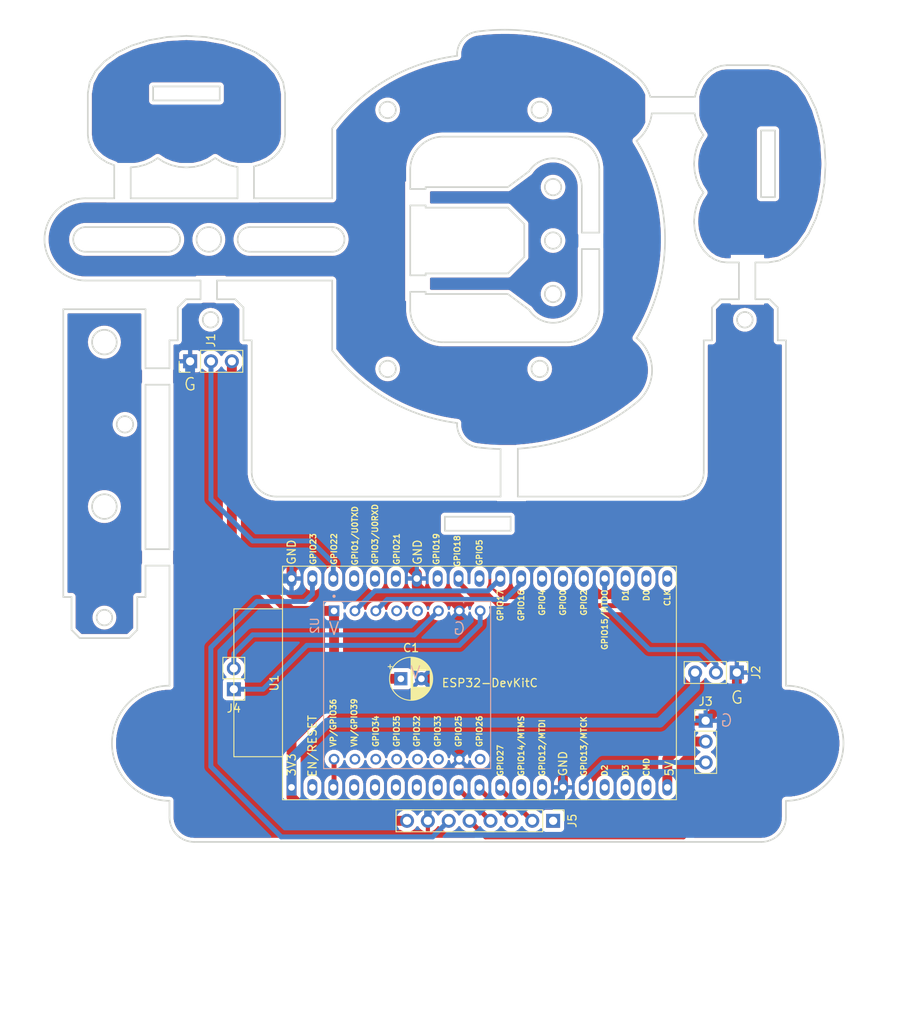
<source format=kicad_pcb>
(kicad_pcb (version 20211014) (generator pcbnew)
  (layers (0 "F.Cu" signal) (31 "B.Cu" signal) (34 "B.Paste" user) (35 "F.Paste" user) (36 "B.SilkS" user "B.Silkscreen") (37 "F.SilkS" user "F.Silkscreen") (38 "B.Mask" user) (39 "F.Mask" user) (44 "Edge.Cuts" user))
  (net 0 "")
  (net 1 "GND")
  (net 2 "TOUCH")
  (net 3 "+3.3V")
  (net 4 "PIR")
  (net 5 "Net-(J3-Pad2)")
  (net 6 "Net-(J3-Pad3)")
  (net 7 "Net-(J4-Pad1)")
  (net 8 "Net-(J4-Pad2)")
  (net 9 "TX")
  (net 10 "RX")
  (net 12 "BUSY")
  (net 19 "RST")
  (net 20 "DC")
  (net 33 "CS")
  (net 38 "CLK")
  (net 47 "DIN")
  (footprint "Connector_PinHeader_2.54mm:PinHeader_1x02_P2.54mm_Vertical" (layer "F.Cu") (at 68.834 114.046 180)
    (fp_text reference "J4" (at 0 -2.33) (layer "F.SilkS"))
    (fp_text value "Conn_01x02")
    (pad "1" thru_hole rect (at 0 0 180) (size 1.7 1.7) (drill 1) (layers *.Cu *.Mask) (net 7 "Net-(J4-Pad1)"))
    (pad "2" thru_hole oval (at 0 2.54 180) (size 1.7 1.7) (drill 1) (layers *.Cu *.Mask) (net 8 "Net-(J4-Pad2)"))
  )
  (footprint "Connector_PinHeader_2.54mm:PinHeader_1x03_P2.54mm_Vertical" (layer "F.Cu") (at 63.515 74.168 90)
    (fp_text reference "J1" (at 2.54 2.525 90) (layer "F.SilkS"))
    (fp_text value "Conn_01x03")
    (pad "1" thru_hole rect (at 0 0 90) (size 1.7 1.7) (drill 1) (layers *.Cu *.Mask) (net 1 "GND"))
    (pad "2" thru_hole oval (at 0 2.54 90) (size 1.7 1.7) (drill 1) (layers *.Cu *.Mask) (net 2 "TOUCH"))
    (pad "3" thru_hole oval (at 0 5.08 90) (size 1.7 1.7) (drill 1) (layers *.Cu *.Mask) (net 3 "+3.3V"))
  )
  (footprint "Connector_PinHeader_2.54mm:PinHeader_1x03_P2.54mm_Vertical" (layer "F.Cu") (at 126.238 117.871)
    (fp_text reference "J3" (at 0 -2.33) (layer "F.SilkS"))
    (fp_text value "Conn_01x03")
    (pad "1" thru_hole rect (at 0 0) (size 1.7 1.7) (drill 1) (layers *.Cu *.Mask) (net 1 "GND"))
    (pad "2" thru_hole oval (at 0 2.54) (size 1.7 1.7) (drill 1) (layers *.Cu *.Mask) (net 5 "Net-(J3-Pad2)"))
    (pad "3" thru_hole oval (at 0 5.08) (size 1.7 1.7) (drill 1) (layers *.Cu *.Mask) (net 6 "Net-(J3-Pad3)"))
  )
  (footprint "Espressif:ESP32-DevKitC" (layer "F.Cu") (at 75.85456 125.984 90)
    (fp_text reference "U1" (at 12.7 -2.1 90) (layer "F.SilkS"))
    (fp_text value "ESP32-DevKitC" (at 12.7 24.13) (layer "F.SilkS"))
    (fp_text user "GPIO18" (at 30.734 20.15744 90 unlocked) (layer "F.SilkS") (effects (font (size 0.7 0.7)) (justify right)))
    (fp_text user "GPIO34" (at 4.826 10.25144 90 unlocked) (layer "F.SilkS") (effects (font (size 0.7 0.7)) (justify left)))
    (fp_text user "GPIO33" (at 4.826 17.78 90 unlocked) (layer "F.SilkS") (effects (font (size 0.7 0.7)) (justify left)))
    (fp_text user "GPIO35" (at 4.826 12.79144 90 unlocked) (layer "F.SilkS") (effects (font (size 0.7 0.7)) (justify left)))
    (fp_text user "D2" (at 1.27 38.1 90 unlocked) (layer "F.SilkS") (effects (font (size 0.7 0.7)) (justify left)))
    (fp_text user "GPIO21" (at 30.988 12.79144 90 unlocked) (layer "F.SilkS") (effects (font (size 0.7 0.7)) (justify right)))
    (fp_text user "GPIO4" (at 24.13 30.48 90 unlocked) (layer "F.SilkS") (effects (font (size 0.7 0.7)) (justify right)))
    (fp_text user "5V" (at 1.26632 45.97128 90 unlocked) (layer "F.SilkS") (effects (justify left)))
    (fp_text user "GPIO15/MTDO" (at 24.13 38.1 90 unlocked) (layer "F.SilkS") (effects (font (size 0.7 0.7)) (justify right)))
    (fp_text user "VP/GPIO36" (at 4.826 5.08 90 unlocked) (layer "F.SilkS") (effects (font (size 0.7 0.7)) (justify left)))
    (fp_text user "GPIO27" (at 1.27 25.4 90 unlocked) (layer "F.SilkS") (effects (font (size 0.7 0.7)) (justify left)))
    (fp_text user "GPIO14/MTMS" (at 1.27 27.94 90 unlocked) (layer "F.SilkS") (effects (font (size 0.7 0.7)) (justify left)))
    (fp_text user "GND" (at 30.226 15.33144 90 unlocked) (layer "F.SilkS") (effects (justify right)))
    (fp_text user "GPIO1/U0TXD" (at 34.29 7.71144 90 unlocked) (layer "F.SilkS") (effects (font (size 0.7 0.7)) (justify right)))
    (fp_text user "GPIO19" (at 30.988 17.61744 90 unlocked) (layer "F.SilkS") (effects (font (size 0.7 0.7)) (justify right)))
    (fp_text user "GPIO26" (at 4.826 22.86 90 unlocked) (layer "F.SilkS") (effects (font (size 0.7 0.7)) (justify left)))
    (fp_text user "GPIO32" (at 4.826 15.24 90 unlocked) (layer "F.SilkS") (effects (font (size 0.7 0.7)) (justify left)))
    (fp_text user "3V3" (at 1.27 0 90 unlocked) (layer "F.SilkS") (effects (justify left)))
    (fp_text user "GPIO25" (at 4.826 20.32 90 unlocked) (layer "F.SilkS") (effects (font (size 0.7 0.7)) (justify left)))
    (fp_text user "GPIO22" (at 30.988 5.17144 90 unlocked) (layer "F.SilkS") (effects (font (size 0.7 0.7)) (justify right)))
    (fp_text user "GPIO2" (at 24.13 35.56 90 unlocked) (layer "F.SilkS") (effects (font (size 0.7 0.7)) (justify right)))
    (fp_text user "D0" (at 24.13 43.18 90 unlocked) (layer "F.SilkS") (effects (font (size 0.7 0.7)) (justify right)))
    (fp_text user "GND" (at 1.27 33.02 90 unlocked) (layer "F.SilkS") (effects (justify left)))
    (fp_text user "GPIO13/MTCK" (at 1.27 35.56 90 unlocked) (layer "F.SilkS") (effects (font (size 0.7 0.7)) (justify left)))
    (fp_text user "CMD" (at 1.27 43.18 90 unlocked) (layer "F.SilkS") (effects (font (size 0.7 0.7)) (justify left)))
    (fp_text user "GPIO3/U0RXD" (at 34.544 10.16 90 unlocked) (layer "F.SilkS") (effects (font (size 0.7 0.7)) (justify right)))
    (fp_text user "VN/GPIO39" (at 4.826 7.62 90 unlocked) (layer "F.SilkS") (effects (font (size 0.7 0.7)) (justify left)))
    (fp_text user "GPIO12/MTDI" (at 1.27 30.48 90 unlocked) (layer "F.SilkS") (effects (font (size 0.7 0.7)) (justify left)))
    (fp_text user "GND" (at 30.226 0 90 unlocked) (layer "F.SilkS") (effects (justify right)))
    (fp_text user "CLK" (at 24.13 45.72 90 unlocked) (layer "F.SilkS") (effects (font (size 0.7 0.7)) (justify right)))
    (fp_text user "GPIO23" (at 30.988 2.63144 90 unlocked) (layer "F.SilkS") (effects (font (size 0.7 0.7)) (justify right)))
    (fp_text user "GPIO16" (at 24.13 27.94 90 unlocked) (layer "F.SilkS") (effects (font (size 0.7 0.7)) (justify right)))
    (fp_text user "GPIO17" (at 24.13 25.4 90 unlocked) (layer "F.SilkS") (effects (font (size 0.7 0.7)) (justify right)))
    (fp_text user "D3" (at 1.27 40.64 90 unlocked) (layer "F.SilkS") (effects (font (size 0.7 0.7)) (justify left)))
    (fp_text user "GPIO5" (at 30.226 22.86 90 unlocked) (layer "F.SilkS") (effects (font (size 0.7 0.7)) (justify right)))
    (fp_text user "GPIO0" (at 24.13 33.02 90 unlocked) (layer "F.SilkS") (effects (font (size 0.7 0.7)) (justify right)))
    (fp_text user "D1" (at 24.13 40.64 90 unlocked) (layer "F.SilkS") (effects (font (size 0.7 0.7)) (justify right)))
    (fp_text user "EN/RESET" (at 8.88632 2.53728 90 unlocked) (layer "F.SilkS") (effects (justify right)))
    (pad "1" thru_hole rect (at 0 0) (size 1.2 2) (drill 0.8) (layers *.Cu *.Mask) (net 3 "+3.3V"))
    (pad "2" thru_hole oval (at 0 2.54) (size 1.2 2) (drill 0.8) (layers *.Cu *.Mask))
    (pad "3" thru_hole oval (at 0 5.08) (size 1.2 2) (drill 0.8) (layers *.Cu *.Mask) (net 12 "BUSY"))
    (pad "4" thru_hole oval (at 0 7.62) (size 1.2 2) (drill 0.8) (layers *.Cu *.Mask))
    (pad "5" thru_hole oval (at 0 10.16) (size 1.2 2) (drill 0.8) (layers *.Cu *.Mask))
    (pad "6" thru_hole oval (at 0 12.7) (size 1.2 2) (drill 0.8) (layers *.Cu *.Mask))
    (pad "7" thru_hole oval (at 0 15.24) (size 1.2 2) (drill 0.8) (layers *.Cu *.Mask))
    (pad "8" thru_hole oval (at 0 17.78) (size 1.2 2) (drill 0.8) (layers *.Cu *.Mask))
    (pad "9" thru_hole oval (at 0 20.32) (size 1.2 2) (drill 0.8) (layers *.Cu *.Mask) (net 33 "CS"))
    (pad "10" thru_hole oval (at 0 22.86) (size 1.2 2) (drill 0.8) (layers *.Cu *.Mask) (net 20 "DC"))
    (pad "11" thru_hole oval (at 0 25.4) (size 1.2 2) (drill 0.8) (layers *.Cu *.Mask) (net 19 "RST"))
    (pad "12" thru_hole oval (at 0 27.94) (size 1.2 2) (drill 0.8) (layers *.Cu *.Mask))
    (pad "13" thru_hole oval (at 0 30.48) (size 1.2 2) (drill 0.8) (layers *.Cu *.Mask))
    (pad "14" thru_hole oval (at 0 33.02) (size 1.2 2) (drill 0.8) (layers *.Cu *.Mask) (net 1 "GND"))
    (pad "15" thru_hole oval (at 0 35.56) (size 1.2 2) (drill 0.8) (layers *.Cu *.Mask) (net 6 "Net-(J3-Pad3)"))
    (pad "16" thru_hole oval (at 0 38.1) (size 1.2 2) (drill 0.8) (layers *.Cu *.Mask))
    (pad "17" thru_hole oval (at 0 40.64) (size 1.2 2) (drill 0.8) (layers *.Cu *.Mask))
    (pad "18" thru_hole oval (at 0 43.18) (size 1.2 2) (drill 0.8) (layers *.Cu *.Mask))
    (pad "19" thru_hole oval (at 0 45.72) (size 1.2 2) (drill 0.8) (layers *.Cu *.Mask) (net 5 "Net-(J3-Pad2)"))
    (pad "20" thru_hole oval (at 25.39632 45.71728) (size 1.2 2) (drill 0.8) (layers *.Cu *.Mask))
    (pad "21" thru_hole oval (at 25.39632 43.17728) (size 1.2 2) (drill 0.8) (layers *.Cu *.Mask))
    (pad "22" thru_hole oval (at 25.4 40.64) (size 1.2 2) (drill 0.8) (layers *.Cu *.Mask))
    (pad "23" thru_hole oval (at 25.4 38.1) (size 1.2 2) (drill 0.8) (layers *.Cu *.Mask) (net 4 "PIR"))
    (pad "24" thru_hole oval (at 25.4 35.56) (size 1.2 2) (drill 0.8) (layers *.Cu *.Mask))
    (pad "25" thru_hole oval (at 25.4 33.02) (size 1.2 2) (drill 0.8) (layers *.Cu *.Mask))
    (pad "26" thru_hole oval (at 25.4 30.48) (size 1.2 2) (drill 0.8) (layers *.Cu *.Mask))
    (pad "27" thru_hole oval (at 25.4 27.94) (size 1.2 2) (drill 0.8) (layers *.Cu *.Mask) (net 9 "TX"))
    (pad "28" thru_hole oval (at 25.4 25.4) (size 1.2 2) (drill 0.8) (layers *.Cu *.Mask) (net 10 "RX"))
    (pad "29" thru_hole oval (at 25.4 22.86) (size 1.2 2) (drill 0.8) (layers *.Cu *.Mask))
    (pad "30" thru_hole oval (at 25.4 20.32) (size 1.2 2) (drill 0.8) (layers *.Cu *.Mask) (net 38 "CLK"))
    (pad "31" thru_hole oval (at 25.4 17.78) (size 1.2 2) (drill 0.8) (layers *.Cu *.Mask))
    (pad "32" thru_hole oval (at 25.4 15.24) (size 1.2 2) (drill 0.8) (layers *.Cu *.Mask) (net 1 "GND"))
    (pad "33" thru_hole oval (at 25.4 12.7) (size 1.2 2) (drill 0.8) (layers *.Cu *.Mask))
    (pad "34" thru_hole oval (at 25.4 10.16) (size 1.2 2) (drill 0.8) (layers *.Cu *.Mask))
    (pad "35" thru_hole oval (at 25.4 7.62) (size 1.2 2) (drill 0.8) (layers *.Cu *.Mask))
    (pad "36" thru_hole oval (at 25.4 5.08) (size 1.2 2) (drill 0.8) (layers *.Cu *.Mask) (net 2 "TOUCH"))
    (pad "37" thru_hole oval (at 25.4 2.54) (size 1.2 2) (drill 0.8) (layers *.Cu *.Mask) (net 47 "DIN"))
    (pad "38" thru_hole oval (at 25.4 0) (size 1.2 2) (drill 0.8) (layers *.Cu *.Mask) (net 1 "GND"))
  )
  (footprint "Connector_PinHeader_2.54mm:PinHeader_1x08_P2.54mm_Vertical" (layer "F.Cu") (at 107.681 130.048 -90)
    (fp_text reference "J5" (at 0 -2.33 90) (layer "F.SilkS"))
    (fp_text value "Conn_01x08")
    (pad "1" thru_hole rect (at 0 0 270) (size 1.7 1.7) (drill 1) (layers *.Cu *.Mask))
    (pad "2" thru_hole oval (at 0 2.54 270) (size 1.7 1.7) (drill 1) (layers *.Cu *.Mask) (net 19 "RST"))
    (pad "3" thru_hole oval (at 0 5.08 270) (size 1.7 1.7) (drill 1) (layers *.Cu *.Mask) (net 20 "DC"))
    (pad "4" thru_hole oval (at 0 7.62 270) (size 1.7 1.7) (drill 1) (layers *.Cu *.Mask) (net 33 "CS"))
    (pad "5" thru_hole oval (at 0 10.16 270) (size 1.7 1.7) (drill 1) (layers *.Cu *.Mask) (net 38 "CLK"))
    (pad "6" thru_hole oval (at 0 12.7 270) (size 1.7 1.7) (drill 1) (layers *.Cu *.Mask) (net 47 "DIN"))
    (pad "7" thru_hole oval (at 0 15.24 270) (size 1.7 1.7) (drill 1) (layers *.Cu *.Mask) (net 1 "GND"))
    (pad "8" thru_hole oval (at 0 17.78 270) (size 1.7 1.7) (drill 1) (layers *.Cu *.Mask) (net 3 "+3.3V"))
  )
  (footprint "Connector_PinHeader_2.54mm:PinHeader_1x03_P2.54mm_Vertical" (layer "F.Cu") (at 130.033 112.014 -90)
    (fp_text reference "J2" (at 0 -2.33 90) (layer "F.SilkS"))
    (fp_text value "Conn_01x03")
    (pad "1" thru_hole rect (at 0 0 270) (size 1.7 1.7) (drill 1) (layers *.Cu *.Mask) (net 1 "GND"))
    (pad "2" thru_hole oval (at 0 2.54 270) (size 1.7 1.7) (drill 1) (layers *.Cu *.Mask) (net 4 "PIR"))
    (pad "3" thru_hole oval (at 0 5.08 270) (size 1.7 1.7) (drill 1) (layers *.Cu *.Mask) (net 3 "+3.3V"))
  )
  (footprint "Capacitor_THT:CP_Radial_D5.0mm_P2.50mm" (layer "F.Cu") (at 89.154 112.776)
    (fp_text reference "C1" (at 1.25 -3.75) (layer "F.SilkS"))
    (fp_text value "C_Polarized")
    (pad "1" thru_hole rect (at 0 0) (size 1.6 1.6) (drill 0.8) (layers *.Cu *.Mask) (net 3 "+3.3V"))
    (pad "2" thru_hole circle (at 2.5 0) (size 1.6 1.6) (drill 0.8) (layers *.Cu *.Mask) (net 1 "GND"))
  )
  (footprint "DFR0299:MODULE_DFR0299" (layer "B.Cu") (at 89.916 113.538 -90)
    (fp_text reference "U2" (at -7.225 11.235 90) (layer "B.SilkS") (effects (justify mirror)))
    (fp_text value "DFR0299")
    (pad "1" thru_hole rect locked (at -9.017 8.89 270) (size 1.308 1.308) (drill 0.8) (layers *.Cu *.Mask) (net 3 "+3.3V"))
    (pad "2" thru_hole circle locked (at -9.017 6.35 270) (size 1.308 1.308) (drill 0.8) (layers *.Cu *.Mask) (net 10 "RX"))
    (pad "3" thru_hole circle locked (at -9.017 3.81 270) (size 1.308 1.308) (drill 0.8) (layers *.Cu *.Mask) (net 9 "TX"))
    (pad "4" thru_hole circle locked (at -9.017 1.27 270) (size 1.308 1.308) (drill 0.8) (layers *.Cu *.Mask))
    (pad "5" thru_hole circle locked (at -9.017 -1.27 270) (size 1.308 1.308) (drill 0.8) (layers *.Cu *.Mask))
    (pad "6" thru_hole circle locked (at -9.017 -3.81 270) (size 1.308 1.308) (drill 0.8) (layers *.Cu *.Mask) (net 8 "Net-(J4-Pad2)"))
    (pad "7" thru_hole circle locked (at -9.017 -6.35 270) (size 1.308 1.308) (drill 0.8) (layers *.Cu *.Mask) (net 1 "GND"))
    (pad "8" thru_hole circle locked (at -9.017 -8.89 270) (size 1.308 1.308) (drill 0.8) (layers *.Cu *.Mask) (net 7 "Net-(J4-Pad1)"))
    (pad "9" thru_hole circle locked (at 9.017 -8.89 270) (size 1.308 1.308) (drill 0.8) (layers *.Cu *.Mask))
    (pad "10" thru_hole circle locked (at 9.017 -6.35 270) (size 1.308 1.308) (drill 0.8) (layers *.Cu *.Mask) (net 1 "GND"))
    (pad "11" thru_hole circle locked (at 9.017 -3.81 270) (size 1.308 1.308) (drill 0.8) (layers *.Cu *.Mask))
    (pad "12" thru_hole circle locked (at 9.017 -1.27 270) (size 1.308 1.308) (drill 0.8) (layers *.Cu *.Mask))
    (pad "13" thru_hole circle locked (at 9.017 1.27 270) (size 1.308 1.308) (drill 0.8) (layers *.Cu *.Mask))
    (pad "14" thru_hole circle locked (at 9.017 3.81 270) (size 1.308 1.308) (drill 0.8) (layers *.Cu *.Mask))
    (pad "15" thru_hole circle locked (at 9.017 6.35 270) (size 1.308 1.308) (drill 0.8) (layers *.Cu *.Mask))
    (pad "16" thru_hole circle locked (at 9.017 8.89 270) (size 1.308 1.308) (drill 0.8) (layers *.Cu *.Mask) (net 12 "BUSY"))
  )
  (gr_circle (center 53.087809 71.833453) (end 54.587809 71.833453) (layer "Edge.Cuts") (width 0.2) (fill none))
  (gr_circle (center 66.006689 69.117732) (end 66.956689 69.117732) (layer "Edge.Cuts") (width 0.2) (fill none))
  (gr_arc (start 117.863431 39.542706) (mid 118.87445 40.652767) (end 119.511258 42.012502) (layer "Edge.Cuts") (width 0.2))
  (gr_line (start 125.553163 40.273677) (end 125.175052 41.105689) (layer "Edge.Cuts") (width 0.2))
  (gr_line (start 80.795986 45.843901) (end 80.795986 54.343901) (layer "Edge.Cuts") (width 0.2))
  (gr_line (start 67.116513 42.441244) (end 59.016513 42.441244) (layer "Edge.Cuts") (width 0.2))
  (gr_line (start 56.284548 50.587439) (end 56.284548 54.343901) (layer "Edge.Cuts") (width 0.2))
  (gr_line (start 51.948879 48.860353) (end 52.598295 49.472518) (layer "Edge.Cuts") (width 0.2))
  (gr_line (start 125.483693 52.894613) (end 125.969574 53.648021) (layer "Edge.Cuts") (width 0.2))
  (gr_line (start 124.826235 57.181356) (end 124.907624 58.152064) (layer "Edge.Cuts") (width 0.2))
  (gr_line (start 74.977246 47.343712) (end 75.066513 46.591244) (layer "Edge.Cuts") (width 0.2))
  (gr_line (start 134.676146 54.198021) (end 132.976146 54.198021) (layer "Edge.Cuts") (width 0.2))
  (gr_line (start 69.284549 50.542024) (end 69.284549 54.343901) (layer "Edge.Cuts") (width 0.2))
  (gr_line (start 139.646433 56.814864) (end 140.293302 54.740223) (layer "Edge.Cuts") (width 0.2))
  (gr_line (start 127.330061 38.51092) (end 126.650768 38.952091) (layer "Edge.Cuts") (width 0.2))
  (gr_line (start 69.284549 54.343901) (end 56.284548 54.343901) (layer "Edge.Cuts") (width 0.2))
  (gr_line (start 94.295986 71.843901) (end 109.295986 71.843901) (layer "Edge.Cuts") (width 0.2))
  (gr_circle (center 65.795986 59.343901) (end 67.295986 59.343901) (layer "Edge.Cuts") (width 0.2) (fill none))
  (gr_line (start 138.775893 41.66274) (end 137.715137 40.170386) (layer "Edge.Cuts") (width 0.2))
  (gr_line (start 71.551794 36.641496) (end 69.733355 35.770957) (layer "Edge.Cuts") (width 0.2))
  (gr_line (start 124.901066 51.111209) (end 125.12302 52.038316) (layer "Edge.Cuts") (width 0.2))
  (gr_arc (start 80.795986 57.843901) (mid 82.295986 59.343901) (end 80.795986 60.843901) (layer "Edge.Cuts") (width 0.2))
  (gr_line (start 72.175052 50.218171) (end 72.990266 49.836096) (layer "Edge.Cuts") (width 0.2))
  (gr_arc (start 109.295986 46.843901) (mid 112.124415 48.015473) (end 113.295986 50.843901) (layer "Edge.Cuts") (width 0.2))
  (gr_line (start 90.295986 63.712497) (end 90.295986 55.212497) (layer "Edge.Cuts") (width 0.2))
  (gr_line (start 92.170471 53.212497) (end 90.295986 53.212497) (layer "Edge.Cuts") (width 0.2))
  (gr_line (start 71.284549 54.343901) (end 71.284549 50.47074) (layer "Edge.Cuts") (width 0.2))
  (gr_line (start 58.087809 75.012502) (end 58.087809 67.833453) (layer "Edge.Cuts") (width 0.2))
  (gr_line (start 51.167241 47.390097) (end 51.465367 48.156763) (layer "Edge.Cuts") (width 0.2))
  (gr_arc (start 117.86327 79.145226) (mid 111.066269 83.099151) (end 103.38775 84.794172) (layer "Edge.Cuts") (width 0.2))
  (gr_arc (start 117.832709 47.350019) (mid 121.295985 59.3439) (end 117.832709 71.337782) (layer "Edge.Cuts") (width 0.2))
  (gr_line (start 133.826146 38.148021) (end 128.826146 38.148021) (layer "Edge.Cuts") (width 0.2))
  (gr_line (start 92.170471 55.4807) (end 102.170471 55.4807) (layer "Edge.Cuts") (width 0.2))
  (gr_arc (start 50.795986 60.843901) (mid 49.295986 59.343901) (end 50.795986 57.843901) (layer "Edge.Cuts") (width 0.2))
  (gr_line (start 140.691643 52.489105) (end 140.826146 50.148021) (layer "Edge.Cuts") (width 0.2))
  (gr_line (start 125.483693 47.40143) (end 125.12302 48.257727) (layer "Edge.Cuts") (width 0.2))
  (gr_line (start 71.006689 71.617732) (end 71.006689 87.617732) (layer "Edge.Cuts") (width 0.2))
  (gr_line (start 64.006689 132.617732) (end 133.006689 132.617732) (layer "Edge.Cuts") (width 0.2))
  (gr_line (start 136.006689 113.617732) (end 136.006689 71.617732) (layer "Edge.Cuts") (width 0.2))
  (gr_arc (start 126.006689 87.617732) (mid 125.128009 89.739051) (end 123.006689 90.617732) (layer "Edge.Cuts") (width 0.2))
  (gr_circle (center 106.045989 43.593901) (end 107.045989 43.593901) (layer "Edge.Cuts") (width 0.2) (fill none))
  (gr_line (start 135.006689 71.617732) (end 135.006689 67.617732) (layer "Edge.Cuts") (width 0.2))
  (gr_circle (center 87.545989 75.093901) (end 88.545989 75.093901) (layer "Edge.Cuts") (width 0.2) (fill none))
  (gr_line (start 104.741899 67.89733) (end 102.170471 65.9807) (layer "Edge.Cuts") (width 0.2))
  (gr_line (start 137.715137 60.125657) (end 138.775893 58.633303) (layer "Edge.Cuts") (width 0.2))
  (gr_circle (center 55.587809 81.833453) (end 56.587809 81.833453) (layer "Edge.Cuts") (width 0.2) (fill none))
  (gr_circle (center 107.670471 65.9807) (end 108.670471 65.9807) (layer "Edge.Cuts") (width 0.2) (fill none))
  (gr_circle (center 87.545989 43.593901) (end 88.545989 43.593901) (layer "Edge.Cuts") (width 0.2) (fill none))
  (gr_line (start 126.051148 39.546939) (end 125.553163 40.273677) (layer "Edge.Cuts") (width 0.2))
  (gr_line (start 58.087809 97.012503) (end 58.087809 77.012502) (layer "Edge.Cuts") (width 0.2))
  (gr_line (start 70.795986 60.843901) (end 80.795986 60.843901) (layer "Edge.Cuts") (width 0.2))
  (gr_line (start 104.170471 61.4807) (end 102.170471 63.4807) (layer "Edge.Cuts") (width 0.2))
  (gr_line (start 61.006689 77.012502) (end 61.006689 97.012503) (layer "Edge.Cuts") (width 0.2))
  (gr_line (start 137.715137 40.170386) (end 136.50493 39.061467) (layer "Edge.Cuts") (width 0.2))
  (gr_line (start 102.170471 65.9807) (end 92.170471 65.9807) (layer "Edge.Cuts") (width 0.2))
  (gr_line (start 59.566513 49.447815) (end 60.319921 49.933697) (layer "Edge.Cuts") (width 0.2))
  (gr_line (start 51.066513 46.591244) (end 51.167241 47.390097) (layer "Edge.Cuts") (width 0.2))
  (gr_line (start 61.006689 127.617732) (end 61.006689 129.617732) (layer "Edge.Cuts") (width 0.2))
  (gr_line (start 59.016513 40.741244) (end 67.116513 40.741244) (layer "Edge.Cuts") (width 0.2))
  (gr_line (start 80.795986 72.843901) (end 80.795986 64.343901) (layer "Edge.Cuts") (width 0.2))
  (gr_line (start 71.284549 50.47074) (end 72.175052 50.218171) (layer "Edge.Cuts") (width 0.2))
  (gr_line (start 125.12302 52.038316) (end 125.483693 52.894613) (layer "Edge.Cuts") (width 0.2))
  (gr_arc (start 104.741899 51.064071) (mid 108.670469 49.6266) (end 111.170471 52.9807) (layer "Edge.Cuts") (width 0.2))
  (gr_line (start 140.826146 50.148021) (end 140.691643 47.806938) (layer "Edge.Cuts") (width 0.2))
  (gr_line (start 125.138328 59.084513) (end 125.509556 59.943172) (layer "Edge.Cuts") (width 0.2))
  (gr_line (start 52.598295 49.472518) (end 53.38745 49.968592) (layer "Edge.Cuts") (width 0.2))
  (gr_line (start 58.087809 67.833453) (end 48.087809 67.833453) (layer "Edge.Cuts") (width 0.2))
  (gr_line (start 58.087809 77.012502) (end 61.006689 77.012502) (layer "Edge.Cuts") (width 0.2))
  (gr_line (start 66.784549 64.343901) (end 66.784549 66.617732) (layer "Edge.Cuts") (width 0.2))
  (gr_line (start 124.886385 44.012502) (end 119.683595 44.012502) (layer "Edge.Cuts") (width 0.2))
  (gr_line (start 69.733355 35.770957) (end 67.658714 35.124087) (layer "Edge.Cuts") (width 0.2))
  (gr_line (start 51.465367 48.156763) (end 51.948879 48.860353) (layer "Edge.Cuts") (width 0.2))
  (gr_line (start 48.087809 67.833453) (end 48.087809 102.833453) (layer "Edge.Cuts") (width 0.2))
  (gr_line (start 65.813104 49.933697) (end 66.566513 49.447815) (layer "Edge.Cuts") (width 0.2))
  (gr_arc (start 70.795986 60.843901) (mid 69.295986 59.343901) (end 70.795986 57.843901) (layer "Edge.Cuts") (width 0.2))
  (gr_line (start 132.28455 62.148021) (end 133.826146 62.148021) (layer "Edge.Cuts") (width 0.2))
  (gr_line (start 111.170471 58.512502) (end 111.170471 52.9807) (layer "Edge.Cuts") (width 0.2))
  (gr_line (start 72.990266 49.836096) (end 73.701083 49.338158) (layer "Edge.Cuts") (width 0.2))
  (gr_line (start 126.650768 38.952091) (end 126.051148 39.546939) (layer "Edge.Cuts") (width 0.2))
  (gr_line (start 94.295986 46.843901) (end 109.295986 46.843901) (layer "Edge.Cuts") (width 0.2))
  (gr_line (start 51.979958 38.91246) (end 51.297089 40.225612) (layer "Edge.Cuts") (width 0.2))
  (gr_line (start 139.646433 43.481179) (end 138.775893 41.66274) (layer "Edge.Cuts") (width 0.2))
  (gr_line (start 74.153067 38.91246) (end 73.044148 37.702252) (layer "Edge.Cuts") (width 0.2))
  (gr_line (start 92.170471 63.4807) (end 92.170471 63.712497) (layer "Edge.Cuts") (width 0.2))
  (gr_line (start 92.170471 52.9807) (end 92.170471 53.212497) (layer "Edge.Cuts") (width 0.2))
  (gr_arc (start 90.295986 50.843901) (mid 91.467559 48.015474) (end 94.295986 46.843901) (layer "Edge.Cuts") (width 0.2))
  (gr_arc (start 96.000536 37.018233) (mid 96.632227 35.065394) (end 98.425825 34.067588) (layer "Edge.Cuts") (width 0.2))
  (gr_line (start 113.295986 67.843901) (end 113.295986 60.512502) (layer "Edge.Cuts") (width 0.2))
  (gr_line (start 54.284548 54.343901) (end 50.795986 54.343901) (layer "Edge.Cuts") (width 0.2))
  (gr_line (start 56.284548 50.587439) (end 57.189671 50.489019) (layer "Edge.Cuts") (width 0.2))
  (gr_line (start 123.006689 90.617732) (end 103.38775 90.617732) (layer "Edge.Cuts") (width 0.2))
  (gr_line (start 92.170471 55.212497) (end 92.170471 55.4807) (layer "Edge.Cuts") (width 0.2))
  (gr_line (start 125.969574 46.648021) (end 125.483693 47.40143) (layer "Edge.Cuts") (width 0.2))
  (gr_line (start 59.016513 42.441244) (end 59.016513 40.741244) (layer "Edge.Cuts") (width 0.2))
  (gr_line (start 61.006689 71.617732) (end 61.006689 75.012502) (layer "Edge.Cuts") (width 0.2))
  (gr_arc (start 101.284549 84.838771) (mid 99.852249 84.769714) (end 98.426096 84.62025) (layer "Edge.Cuts") (width 0.2))
  (gr_line (start 126.612187 61.312302) (end 127.301574 61.770602) (layer "Edge.Cuts") (width 0.2))
  (gr_line (start 67.116513 40.741244) (end 67.116513 42.441244) (layer "Edge.Cuts") (width 0.2))
  (gr_circle (center 107.670471 52.9807) (end 108.670471 52.9807) (layer "Edge.Cuts") (width 0.2) (fill none))
  (gr_line (start 132.976146 46.098021) (end 134.676146 46.098021) (layer "Edge.Cuts") (width 0.2))
  (gr_line (start 132.28455 62.148021) (end 132.28455 66.617732) (layer "Edge.Cuts") (width 0.2))
  (gr_line (start 53.088877 37.702252) (end 51.979958 38.91246) (layer "Edge.Cuts") (width 0.2))
  (gr_line (start 113.295986 50.843901) (end 113.295986 58.512502) (layer "Edge.Cuts") (width 0.2))
  (gr_line (start 128.049054 62.052759) (end 128.826146 62.148021) (layer "Edge.Cuts") (width 0.2))
  (gr_line (start 128.826146 38.148021) (end 128.064149 38.239585) (layer "Edge.Cuts") (width 0.2))
  (gr_line (start 64.784549 66.617732) (end 64.784549 64.343901) (layer "Edge.Cuts") (width 0.2))
  (gr_line (start 68.290375 50.330363) (end 69.284549 50.542024) (layer "Edge.Cuts") (width 0.2))
  (gr_line (start 64.784549 66.617732) (end 63.006689 66.617732) (layer "Edge.Cuts") (width 0.2))
  (gr_line (start 63.066513 50.591244) (end 64.029701 50.516324) (layer "Edge.Cuts") (width 0.2))
  (gr_arc (start 60.795986 57.843901) (mid 62.295986 59.343901) (end 60.795986 60.843901) (layer "Edge.Cuts") (width 0.2))
  (gr_line (start 92.170471 63.712497) (end 90.295986 63.712497) (layer "Edge.Cuts") (width 0.2))
  (gr_line (start 102.506689 94.767732) (end 94.506689 94.767732) (layer "Edge.Cuts") (width 0.2))
  (gr_arc (start 98.425825 34.067588) (mid 108.709704 34.799033) (end 117.863431 39.542706) (layer "Edge.Cuts") (width 0.2))
  (gr_line (start 90.295986 65.712497) (end 90.295986 67.843901) (layer "Edge.Cuts") (width 0.2))
  (gr_line (start 140.691643 47.806938) (end 140.293302 45.55582) (layer "Edge.Cuts") (width 0.2))
  (gr_line (start 130.28455 66.617732) (end 130.28455 62.148021) (layer "Edge.Cuts") (width 0.2))
  (gr_line (start 75.066513 46.591244) (end 75.066513 41.591244) (layer "Edge.Cuts") (width 0.2))
  (gr_line (start 128.006689 66.617732) (end 127.006689 67.617732) (layer "Edge.Cuts") (width 0.2))
  (gr_line (start 64.956807 50.29437) (end 65.813104 49.933697) (layer "Edge.Cuts") (width 0.2))
  (gr_line (start 111.170471 60.512502) (end 111.170471 65.9807) (layer "Edge.Cuts") (width 0.2))
  (gr_line (start 133.826146 62.148021) (end 135.191778 61.917445) (layer "Edge.Cuts") (width 0.2))
  (gr_line (start 113.295986 60.512502) (end 111.170471 60.512502) (layer "Edge.Cuts") (width 0.2))
  (gr_line (start 51.297089 40.225612) (end 51.066513 41.591244) (layer "Edge.Cuts") (width 0.2))
  (gr_line (start 69.006689 66.617732) (end 70.006689 67.617732) (layer "Edge.Cuts") (width 0.2))
  (gr_line (start 61.176218 50.29437) (end 62.103325 50.516324) (layer "Edge.Cuts") (width 0.2))
  (gr_arc (start 117.832709 71.337782) (mid 119.717058 75.234187) (end 117.86327 79.145226) (layer "Edge.Cuts") (width 0.2))
  (gr_line (start 102.170471 63.4807) (end 92.170471 63.4807) (layer "Edge.Cuts") (width 0.2))
  (gr_line (start 125.175052 41.105689) (end 124.930664 42.012502) (layer "Edge.Cuts") (width 0.2))
  (gr_line (start 54.581231 36.641496) (end 53.088877 37.702252) (layer "Edge.Cuts") (width 0.2))
  (gr_line (start 128.826146 62.148021) (end 130.28455 62.148021) (layer "Edge.Cuts") (width 0.2))
  (gr_line (start 56.39967 35.770957) (end 54.581231 36.641496) (layer "Edge.Cuts") (width 0.2))
  (gr_circle (center 53.087809 105.333453) (end 54.037809 105.333453) (layer "Edge.Cuts") (width 0.2) (fill none))
  (gr_line (start 57.189671 50.489019) (end 58.057309 50.260509) (layer "Edge.Cuts") (width 0.2))
  (gr_line (start 132.976146 54.198021) (end 132.976146 46.098021) (layer "Edge.Cuts") (width 0.2))
  (gr_line (start 127.301574 61.770602) (end 128.049054 62.052759) (layer "Edge.Cuts") (width 0.2))
  (gr_line (start 58.474311 35.124087) (end 56.39967 35.770957) (layer "Edge.Cuts") (width 0.2))
  (gr_arc (start 80.795986 45.843901) (mid 87.500598 39.884605) (end 96.000536 37.018233) (layer "Edge.Cuts") (width 0.2))
  (gr_arc (start 94.295986 71.843901) (mid 91.467559 70.672328) (end 90.295986 67.843901) (layer "Edge.Cuts") (width 0.2))
  (gr_line (start 67.658714 35.124087) (end 65.407596 34.725747) (layer "Edge.Cuts") (width 0.2))
  (gr_line (start 74.835936 40.225612) (end 74.153067 38.91246) (layer "Edge.Cuts") (width 0.2))
  (gr_line (start 67.371394 49.960406) (end 68.290375 50.330363) (layer "Edge.Cuts") (width 0.2))
  (gr_line (start 73.701083 49.338158) (end 74.28212 48.742136) (layer "Edge.Cuts") (width 0.2))
  (gr_line (start 104.170471 57.4807) (end 104.170471 61.4807) (layer "Edge.Cuts") (width 0.2))
  (gr_arc (start 61.006689 127.617732) (mid 54.006689 120.617732) (end 61.006689 113.617732) (layer "Edge.Cuts") (width 0.2))
  (gr_line (start 134.676146 46.098021) (end 134.676146 54.198021) (layer "Edge.Cuts") (width 0.2))
  (gr_line (start 92.170471 65.712497) (end 90.295986 65.712497) (layer "Edge.Cuts") (width 0.2))
  (gr_line (start 74.712632 48.069313) (end 74.977246 47.343712) (layer "Edge.Cuts") (width 0.2))
  (gr_line (start 66.566512 49.447815) (end 67.371394 49.960406) (layer "Edge.Cuts") (width 0.2))
  (gr_line (start 61.006689 97.012503) (end 58.087809 97.012503) (layer "Edge.Cuts") (width 0.2))
  (gr_line (start 125.103108 44.976183) (end 125.46906 45.866586) (layer "Edge.Cuts") (width 0.2))
  (gr_line (start 58.087809 102.833453) (end 58.087809 99.012503) (layer "Edge.Cuts") (width 0.2))
  (gr_line (start 125.12302 48.257727) (end 124.901066 49.184833) (layer "Edge.Cuts") (width 0.2))
  (gr_line (start 125.969575 53.648021) (end 125.480035 54.408398) (layer "Edge.Cuts") (width 0.2))
  (gr_line (start 135.006689 67.617732) (end 134.006689 66.617732) (layer "Edge.Cuts") (width 0.2))
  (gr_line (start 138.775893 58.633303) (end 139.646433 56.814864) (layer "Edge.Cuts") (width 0.2))
  (gr_line (start 54.284548 54.343901) (end 54.284548 50.328589) (layer "Edge.Cuts") (width 0.2))
  (gr_line (start 90.295986 53.212497) (end 90.295986 50.843901) (layer "Edge.Cuts") (width 0.2))
  (gr_line (start 136.006689 71.617732) (end 135.006689 71.617732) (layer "Edge.Cuts") (width 0.2))
  (gr_line (start 102.170471 55.4807) (end 104.170471 57.4807) (layer "Edge.Cuts") (width 0.2))
  (gr_line (start 127.006689 67.617732) (end 127.006689 71.617732) (layer "Edge.Cuts") (width 0.2))
  (gr_circle (center 131.006689 69.117732) (end 131.956689 69.117732) (layer "Edge.Cuts") (width 0.2) (fill none))
  (gr_line (start 60.319921 49.933697) (end 61.176218 50.29437) (layer "Edge.Cuts") (width 0.2))
  (gr_line (start 48.087809 102.833453) (end 49.087809 102.833454) (layer "Edge.Cuts") (width 0.2))
  (gr_line (start 136.50493 61.234576) (end 137.715137 60.125657) (layer "Edge.Cuts") (width 0.2))
  (gr_line (start 51.066513 41.591244) (end 51.066513 46.591244) (layer "Edge.Cuts") (width 0.2))
  (gr_line (start 49.087809 106.833452) (end 50.087809 107.833452) (layer "Edge.Cuts") (width 0.2))
  (gr_line (start 62.103325 50.516324) (end 63.066513 50.591244) (layer "Edge.Cuts") (width 0.2))
  (gr_line (start 56.087809 107.833452) (end 57.087809 106.833452) (layer "Edge.Cuts") (width 0.2))
  (gr_line (start 49.087809 102.833454) (end 49.087809 106.833452) (layer "Edge.Cuts") (width 0.2))
  (gr_line (start 101.284549 90.617732) (end 101.284549 84.838771) (layer "Edge.Cuts") (width 0.2))
  (gr_arc (start 113.295986 67.843901) (mid 112.124413 70.672326) (end 109.295986 71.843901) (layer "Edge.Cuts") (width 0.2))
  (gr_line (start 140.293302 54.740223) (end 140.691643 52.489105) (layer "Edge.Cuts") (width 0.2))
  (gr_arc (start 136.006689 113.617732) (mid 143.006687 120.61773) (end 136.006689 127.617732) (layer "Edge.Cuts") (width 0.2))
  (gr_line (start 58.858502 49.909537) (end 59.566513 49.447815) (layer "Edge.Cuts") (width 0.2))
  (gr_arc (start 98.426096 84.62025) (mid 96.632316 83.622512) (end 96.000536 81.669569) (layer "Edge.Cuts") (width 0.2))
  (gr_line (start 65.407596 34.725747) (end 63.066513 34.591244) (layer "Edge.Cuts") (width 0.2))
  (gr_line (start 125.117999 55.273167) (end 124.897262 56.209378) (layer "Edge.Cuts") (width 0.2))
  (gr_line (start 140.293302 45.55582) (end 139.646433 43.481179) (layer "Edge.Cuts") (width 0.2))
  (gr_line (start 94.506689 94.767732) (end 94.506689 93.067732) (layer "Edge.Cuts") (width 0.2))
  (gr_line (start 58.057309 50.260509) (end 58.858502 49.909537) (layer "Edge.Cuts") (width 0.2))
  (gr_line (start 60.795986 57.843901) (end 50.795986 57.843901) (layer "Edge.Cuts") (width 0.2))
  (gr_line (start 80.795986 57.843901) (end 70.795986 57.843901) (layer "Edge.Cuts") (width 0.2))
  (gr_line (start 103.38775 90.617732) (end 103.38775 84.794172) (layer "Edge.Cuts") (width 0.2))
  (gr_line (start 50.087809 107.833452) (end 56.087809 107.833452) (layer "Edge.Cuts") (width 0.2))
  (gr_line (start 61.006689 99.012503) (end 58.087809 99.012503) (layer "Edge.Cuts") (width 0.2))
  (gr_line (start 50.795986 60.843901) (end 60.795986 60.843901) (layer "Edge.Cuts") (width 0.2))
  (gr_circle (center 106.045989 75.093901) (end 107.045989 75.093901) (layer "Edge.Cuts") (width 0.2) (fill none))
  (gr_line (start 119.511258 42.012502) (end 124.930664 42.012502) (layer "Edge.Cuts") (width 0.2))
  (gr_line (start 94.506689 93.067732) (end 102.506689 93.067732) (layer "Edge.Cuts") (width 0.2))
  (gr_line (start 124.886385 44.012502) (end 125.103108 44.976183) (layer "Edge.Cuts") (width 0.2))
  (gr_line (start 62.006689 67.617732) (end 62.006689 71.617732) (layer "Edge.Cuts") (width 0.2))
  (gr_line (start 75.066513 41.591244) (end 74.835936 40.225612) (layer "Edge.Cuts") (width 0.2))
  (gr_line (start 124.901066 49.184833) (end 124.826146 50.148021) (layer "Edge.Cuts") (width 0.2))
  (gr_line (start 61.006689 99.012503) (end 61.006689 113.617732) (layer "Edge.Cuts") (width 0.2))
  (gr_line (start 64.029701 50.516324) (end 64.956807 50.29437) (layer "Edge.Cuts") (width 0.2))
  (gr_line (start 53.38745 49.968592) (end 54.284548 50.328589) (layer "Edge.Cuts") (width 0.2))
  (gr_line (start 124.826146 50.148021) (end 124.901066 51.111209) (layer "Edge.Cuts") (width 0.2))
  (gr_arc (start 136.006689 129.617732) (mid 135.128 131.739046) (end 133.006689 132.617732) (layer "Edge.Cuts") (width 0.2))
  (gr_line (start 70.006689 71.617732) (end 71.006689 71.617732) (layer "Edge.Cuts") (width 0.2))
  (gr_line (start 135.191778 38.378598) (end 133.826146 38.148021) (layer "Edge.Cuts") (width 0.2))
  (gr_line (start 126.007163 60.695321) (end 126.612187 61.312302) (layer "Edge.Cuts") (width 0.2))
  (gr_line (start 134.006689 66.617732) (end 132.28455 66.617732) (layer "Edge.Cuts") (width 0.2))
  (gr_arc (start 96.000536 81.669569) (mid 87.500598 78.803197) (end 80.795986 72.843901) (layer "Edge.Cuts") (width 0.2))
  (gr_line (start 90.295986 55.212497) (end 92.170471 55.212497) (layer "Edge.Cuts") (width 0.2))
  (gr_line (start 80.795986 64.343901) (end 66.784549 64.343901) (layer "Edge.Cuts") (width 0.2))
  (gr_line (start 125.509556 59.943172) (end 126.007163 60.695321) (layer "Edge.Cuts") (width 0.2))
  (gr_line (start 63.006689 66.617732) (end 62.006689 67.617732) (layer "Edge.Cuts") (width 0.2))
  (gr_line (start 124.897262 56.209378) (end 124.826235 57.181356) (layer "Edge.Cuts") (width 0.2))
  (gr_arc (start 119.683595 44.012502) (mid 119.088307 45.864354) (end 117.832709 47.350019) (layer "Edge.Cuts") (width 0.2))
  (gr_line (start 136.50493 39.061467) (end 135.191778 38.378598) (layer "Edge.Cuts") (width 0.2))
  (gr_line (start 102.170471 52.9807) (end 92.170471 52.9807) (layer "Edge.Cuts") (width 0.2))
  (gr_line (start 92.170471 65.9807) (end 92.170471 65.712497) (layer "Edge.Cuts") (width 0.2))
  (gr_arc (start 64.006689 132.617732) (mid 61.885368 131.739053) (end 61.006689 129.617732) (layer "Edge.Cuts") (width 0.2))
  (gr_line (start 125.46906 45.866586) (end 125.969574 46.648021) (layer "Edge.Cuts") (width 0.2))
  (gr_line (start 73.044148 37.702252) (end 71.551794 36.641496) (layer "Edge.Cuts") (width 0.2))
  (gr_line (start 74.28212 48.742136) (end 74.712632 48.069313) (layer "Edge.Cuts") (width 0.2))
  (gr_line (start 50.795986 64.343901) (end 64.784549 64.343901) (layer "Edge.Cuts") (width 0.2))
  (gr_line (start 125.480035 54.408398) (end 125.117999 55.273167) (layer "Edge.Cuts") (width 0.2))
  (gr_line (start 74.006689 90.617732) (end 101.284549 90.617732) (layer "Edge.Cuts") (width 0.2))
  (gr_line (start 57.087809 106.833452) (end 57.087809 102.833454) (layer "Edge.Cuts") (width 0.2))
  (gr_line (start 136.006689 129.617732) (end 136.006689 127.617732) (layer "Edge.Cuts") (width 0.2))
  (gr_line (start 66.784549 66.617732) (end 69.006689 66.617732) (layer "Edge.Cuts") (width 0.2))
  (gr_line (start 80.795986 54.343901) (end 71.284549 54.343901) (layer "Edge.Cuts") (width 0.2))
  (gr_line (start 102.506689 93.067732) (end 102.506689 94.767732) (layer "Edge.Cuts") (width 0.2))
  (gr_line (start 60.725429 34.725747) (end 58.474311 35.124087) (layer "Edge.Cuts") (width 0.2))
  (gr_line (start 113.295986 58.512502) (end 111.170471 58.512502) (layer "Edge.Cuts") (width 0.2))
  (gr_line (start 63.066513 34.591244) (end 60.725429 34.725747) (layer "Edge.Cuts") (width 0.2))
  (gr_line (start 124.907624 58.152064) (end 125.138328 59.084513) (layer "Edge.Cuts") (width 0.2))
  (gr_circle (center 53.087809 91.833453) (end 54.587809 91.833453) (layer "Edge.Cuts") (width 0.2) (fill none))
  (gr_arc (start 111.170471 65.9807) (mid 108.67047 69.334804) (end 104.741899 67.89733) (layer "Edge.Cuts") (width 0.2))
  (gr_circle (center 107.670471 59.4807) (end 108.670471 59.4807) (layer "Edge.Cuts") (width 0.2) (fill none))
  (gr_line (start 70.006689 67.617732) (end 70.006689 71.617732) (layer "Edge.Cuts") (width 0.2))
  (gr_arc (start 50.795986 64.343901) (mid 45.795986 59.343901) (end 50.795986 54.343901) (layer "Edge.Cuts") (width 0.2))
  (gr_line (start 127.006689 71.617732) (end 126.006689 71.617732) (layer "Edge.Cuts") (width 0.2))
  (gr_line (start 126.006689 71.617732) (end 126.006689 87.617732) (layer "Edge.Cuts") (width 0.2))
  (gr_line (start 128.064149 38.239585) (end 127.330061 38.51092) (layer "Edge.Cuts") (width 0.2))
  (gr_line (start 104.741899 51.064071) (end 102.170471 52.9807) (layer "Edge.Cuts") (width 0.2))
  (gr_line (start 57.087809 102.833454) (end 58.087809 102.833453) (layer "Edge.Cuts") (width 0.2))
  (gr_line (start 61.006689 75.012502) (end 58.087809 75.012502) (layer "Edge.Cuts") (width 0.2))
  (gr_line (start 62.006689 71.617732) (end 61.006689 71.617732) (layer "Edge.Cuts") (width 0.2))
  (gr_line (start 130.28455 66.617732) (end 128.006689 66.617732) (layer "Edge.Cuts") (width 0.2))
  (gr_line (start 135.191778 61.917445) (end 136.50493 61.234576) (layer "Edge.Cuts") (width 0.2))
  (gr_arc (start 74.006689 90.617732) (mid 71.885368 89.739053) (end 71.006689 87.617732) (layer "Edge.Cuts") (width 0.2))
  (gr_text "V" (at 90.932 112.014) (layer "B.SilkS") (effects (font (size 1.5 1.5)) (justify mirror)))
  (gr_text "V" (at 81.026 106.68) (layer "B.SilkS") (effects (font (size 1.5 1.5)) (justify mirror)))
  (gr_text "G" (at 128.778 117.856) (layer "B.SilkS") (effects (font (size 1.5 1.5)) (justify mirror)))
  (gr_text "G" (at 96.266 106.68) (layer "B.SilkS") (effects (font (size 1.5 1.5)) (justify mirror)))
  (gr_text "V" (at 81.026 106.68) (layer "F.SilkS") (effects (font (size 1.5 1.5))))
  (gr_text "G" (at 130.048 115.062) (layer "F.SilkS") (effects (font (size 1.5 1.5))))
  (gr_text "G" (at 63.5 76.962) (layer "F.SilkS") (effects (font (size 1.5 1.5))))
  (segment (start 108.87456 122.33656) (end 108.87456 125.984) (width 1.2) (layer "F.Cu") (net 1))
  (segment (start 92.202 102.616) (end 94.996 102.616) (width 1.2) (layer "F.Cu") (net 1))
  (segment (start 94.996 102.616) (end 96.266 103.886) (width 1.2) (layer "F.Cu") (net 1))
  (segment (start 105.156 118.618) (end 108.87456 122.33656) (width 1.2) (layer "F.Cu") (net 1))
  (segment (start 126.238 117.871) (end 113.34012 117.871) (width 1.2) (layer "F.Cu") (net 1))
  (segment (start 91.09456 99.98456) (end 91.09456 100.584) (width 1.2) (layer "F.Cu") (net 1))
  (segment (start 96.266 103.886) (end 96.266 104.521) (width 1.2) (layer "F.Cu") (net 1))
  (segment (start 88.9 97.79) (end 91.09456 99.98456) (width 1.2) (layer "F.Cu") (net 1))
  (segment (start 130.033 112.014) (end 130.033 114.076) (width 1.2) (layer "F.Cu") (net 1))
  (segment (start 98.044 118.618) (end 105.156 118.618) (width 1.2) (layer "F.Cu") (net 1))
  (segment (start 75.85456 100.584) (end 75.85456 99.40544) (width 1.2) (layer "F.Cu") (net 1))
  (segment (start 96.266 112.522) (end 96.266 122.555) (width 1.2) (layer "F.Cu") (net 1))
  (segment (start 96.266 104.521) (end 96.266 112.522) (width 1.2) (layer "F.Cu") (net 1))
  (segment (start 96.266 120.396) (end 98.044 118.618) (width 1.2) (layer "F.Cu") (net 1))
  (segment (start 96.266 122.555) (end 96.266 120.396) (width 1.2) (layer "F.Cu") (net 1))
  (segment (start 77.47 97.79) (end 88.9 97.79) (width 1.2) (layer "F.Cu") (net 1))
  (segment (start 75.85456 99.40544) (end 77.47 97.79) (width 1.2) (layer "F.Cu") (net 1))
  (segment (start 91.654 112.776) (end 96.012 112.776) (width 1.2) (layer "F.Cu") (net 1))
  (segment (start 91.09456 101.50856) (end 92.202 102.616) (width 1.2) (layer "F.Cu") (net 1))
  (segment (start 130.033 114.076) (end 126.238 117.871) (width 1.2) (layer "F.Cu") (net 1))
  (segment (start 91.09456 100.584) (end 91.09456 101.50856) (width 1.2) (layer "F.Cu") (net 1))
  (segment (start 113.34012 117.871) (end 108.87456 122.33656) (width 1.2) (layer "F.Cu") (net 1))
  (segment (start 96.012 112.776) (end 96.266 112.522) (width 1.2) (layer "F.Cu") (net 1))
  (segment (start 63.515 74.168) (end 63.515 97.551) (width 1.2) (layer "B.Cu") (net 1))
  (segment (start 108.87456 126.58344) (end 108.87456 125.984) (width 0.9) (layer "B.Cu") (net 1))
  (segment (start 107.442 128.016) (end 108.87456 126.58344) (width 0.9) (layer "B.Cu") (net 1))
  (segment (start 66.548 100.584) (end 75.85456 100.584) (width 1.2) (layer "B.Cu") (net 1))
  (segment (start 63.515 97.551) (end 66.548 100.584) (width 1.2) (layer "B.Cu") (net 1))
  (segment (start 93.218 128.016) (end 107.442 128.016) (width 0.9) (layer "B.Cu") (net 1))
  (segment (start 92.441 128.793) (end 93.218 128.016) (width 0.9) (layer "B.Cu") (net 1))
  (segment (start 92.441 130.048) (end 92.441 128.793) (width 0.9) (layer "B.Cu") (net 1))
  (segment (start 66.055 90.947) (end 71.12 96.012) (width 0.6) (layer "B.Cu") (net 2))
  (segment (start 81.026 98.806) (end 80.93456 98.89744) (width 0.6) (layer "B.Cu") (net 2))
  (segment (start 66.055 74.168) (end 66.055 90.947) (width 0.6) (layer "B.Cu") (net 2))
  (segment (start 71.12 96.012) (end 78.232 96.012) (width 0.6) (layer "B.Cu") (net 2))
  (segment (start 78.232 96.012) (end 81.026 98.806) (width 0.6) (layer "B.Cu") (net 2))
  (segment (start 80.93456 98.89744) (end 80.93456 100.584) (width 0.6) (layer "B.Cu") (net 2))
  (segment (start 89.154 112.776) (end 81.28 112.776) (width 1.2) (layer "F.Cu") (net 3))
  (segment (start 75.311 104.013) (end 75.819 104.521) (width 1.2) (layer "F.Cu") (net 3))
  (segment (start 81.28 112.776) (end 81.28 114.808) (width 1.2) (layer "F.Cu") (net 3))
  (segment (start 68.595 97.551) (end 75.184 104.14) (width 1.2) (layer "F.Cu") (net 3))
  (segment (start 75.819 104.521) (end 81.026 104.521) (width 1.2) (layer "F.Cu") (net 3))
  (segment (start 68.595 74.168) (end 68.595 97.551) (width 1.2) (layer "F.Cu") (net 3))
  (segment (start 75.85456 125.984) (end 75.85456 127.16256) (width 1.2) (layer "F.Cu") (net 3))
  (segment (start 75.184 104.14) (end 75.311 104.013) (width 1.2) (layer "F.Cu") (net 3))
  (segment (start 81.28 114.808) (end 75.85456 120.23344) (width 1.2) (layer "F.Cu") (net 3))
  (segment (start 75.85456 120.23344) (end 75.85456 125.984) (width 1.2) (layer "F.Cu") (net 3))
  (segment (start 78.74 130.048) (end 89.901 130.048) (width 1.2) (layer "F.Cu") (net 3))
  (segment (start 81.026 104.521) (end 81.026 112.522) (width 1.2) (layer "F.Cu") (net 3))
  (segment (start 75.85456 127.16256) (end 78.74 130.048) (width 1.2) (layer "F.Cu") (net 3))
  (segment (start 81.026 112.522) (end 81.28 112.776) (width 1.2) (layer "F.Cu") (net 3))
  (segment (start 75.85456 122.51944) (end 80.264 118.11) (width 1.2) (layer "B.Cu") (net 3))
  (segment (start 80.264 118.11) (end 120.65 118.11) (width 1.2) (layer "B.Cu") (net 3))
  (segment (start 120.65 118.11) (end 124.953 113.807) (width 1.2) (layer "B.Cu") (net 3))
  (segment (start 75.85456 125.984) (end 75.85456 122.51944) (width 1.2) (layer "B.Cu") (net 3))
  (segment (start 124.953 113.807) (end 124.953 112.014) (width 1.2) (layer "B.Cu") (net 3))
  (segment (start 119.38 109.22) (end 125.73 109.22) (width 0.6) (layer "B.Cu") (net 4))
  (segment (start 113.95456 103.79456) (end 119.38 109.22) (width 0.6) (layer "B.Cu") (net 4))
  (segment (start 127.493 110.983) (end 127.493 112.014) (width 0.6) (layer "B.Cu") (net 4))
  (segment (start 113.95456 100.584) (end 113.95456 103.79456) (width 0.6) (layer "B.Cu") (net 4))
  (segment (start 125.73 109.22) (end 127.493 110.983) (width 0.6) (layer "B.Cu") (net 4))
  (segment (start 123.698 120.396) (end 123.713 120.411) (width 1.2) (layer "F.Cu") (net 5))
  (segment (start 121.57456 125.984) (end 121.57456 122.51944) (width 1.2) (layer "F.Cu") (net 5))
  (segment (start 121.57456 122.51944) (end 123.698 120.396) (width 1.2) (layer "F.Cu") (net 5))
  (segment (start 123.713 120.411) (end 126.238 120.411) (width 1.2) (layer "F.Cu") (net 5))
  (segment (start 111.41456 125.984) (end 111.41456 125.31344) (width 0.6) (layer "B.Cu") (net 6))
  (segment (start 113.777 122.951) (end 126.238 122.951) (width 0.6) (layer "B.Cu") (net 6))
  (segment (start 111.41456 125.31344) (end 113.777 122.951) (width 0.6) (layer "B.Cu") (net 6))
  (segment (start 96.266 108.712) (end 98.806 106.172) (width 0.6) (layer "B.Cu") (net 7))
  (segment (start 98.806 106.172) (end 98.806 104.521) (width 0.6) (layer "B.Cu") (net 7))
  (segment (start 68.834 114.046) (end 72.39 114.046) (width 0.6) (layer "B.Cu") (net 7))
  (segment (start 72.39 114.046) (end 77.724 108.712) (width 0.6) (layer "B.Cu") (net 7))
  (segment (start 77.724 108.712) (end 96.266 108.712) (width 0.6) (layer "B.Cu") (net 7))
  (segment (start 93.726 104.521) (end 90.805 107.442) (width 0.6) (layer "B.Cu") (net 8))
  (segment (start 90.805 107.442) (end 71.12 107.442) (width 0.6) (layer "B.Cu") (net 8))
  (segment (start 68.834 109.728) (end 68.834 111.506) (width 0.6) (layer "B.Cu") (net 8))
  (segment (start 71.12 107.442) (end 68.834 109.728) (width 0.6) (layer "B.Cu") (net 8))
  (segment (start 103.79456 101.18344) (end 103.79456 100.584) (width 0.6) (layer "B.Cu") (net 9))
  (segment (start 86.106 104.521) (end 87.503 103.124) (width 0.6) (layer "B.Cu") (net 9))
  (segment (start 87.503 103.124) (end 101.854 103.124) (width 0.6) (layer "B.Cu") (net 9))
  (segment (start 101.854 103.124) (end 103.79456 101.18344) (width 0.6) (layer "B.Cu") (net 9))
  (segment (start 83.566 104.521) (end 86.003 102.084) (width 0.6) (layer "B.Cu") (net 10))
  (segment (start 86.003 102.084) (end 99.75456 102.084) (width 0.6) (layer "B.Cu") (net 10))
  (segment (start 99.75456 102.084) (end 101.25456 100.584) (width 0.6) (layer "B.Cu") (net 10))
  (segment (start 81.026 125.89256) (end 80.93456 125.984) (width 0.6) (layer "F.Cu") (net 12))
  (segment (start 81.026 122.555) (end 81.026 125.89256) (width 0.6) (layer "F.Cu") (net 12))
  (segment (start 101.25456 126.16156) (end 105.141 130.048) (width 0.6) (layer "F.Cu") (net 19))
  (segment (start 101.25456 125.984) (end 101.25456 126.16156) (width 0.6) (layer "F.Cu") (net 19))
  (segment (start 98.71456 126.16156) (end 102.601 130.048) (width 0.6) (layer "F.Cu") (net 20))
  (segment (start 98.71456 125.984) (end 98.71456 126.16156) (width 0.6) (layer "F.Cu") (net 20))
  (segment (start 96.17456 126.16156) (end 100.061 130.048) (width 0.6) (layer "F.Cu") (net 33))
  (segment (start 96.17456 125.984) (end 96.17456 126.16156) (width 0.6) (layer "F.Cu") (net 33))
  (segment (start 99.477418 132.004418) (end 123.519582 132.004418) (width 0.6) (layer "F.Cu") (net 38))
  (segment (start 101.092 103.886) (end 99.822 102.616) (width 0.6) (layer "F.Cu") (net 38))
  (segment (start 127.508 103.886) (end 101.092 103.886) (width 0.6) (layer "F.Cu") (net 38))
  (segment (start 97.79 102.616) (end 96.17456 101.00056) (width 0.6) (layer "F.Cu") (net 38))
  (segment (start 99.822 102.616) (end 97.79 102.616) (width 0.6) (layer "F.Cu") (net 38))
  (segment (start 97.521 130.048) (end 99.477418 132.004418) (width 0.6) (layer "F.Cu") (net 38))
  (segment (start 132.842 109.22) (end 127.508 103.886) (width 0.6) (layer "F.Cu") (net 38))
  (segment (start 123.519582 132.004418) (end 132.842 122.682) (width 0.6) (layer "F.Cu") (net 38))
  (segment (start 132.842 122.682) (end 132.842 109.22) (width 0.6) (layer "F.Cu") (net 38))
  (segment (start 96.17456 101.00056) (end 96.17456 100.584) (width 0.6) (layer "F.Cu") (net 38))
  (segment (start 66.04 108.966) (end 71.628 103.378) (width 0.6) (layer "B.Cu") (net 47))
  (segment (start 74.600418 132.004418) (end 66.04 123.444) (width 0.6) (layer "B.Cu") (net 47))
  (segment (start 78.39456 100.584) (end 78.39456 102.45344) (width 0.6) (layer "B.Cu") (net 47))
  (segment (start 94.981 130.048) (end 93.024582 132.004418) (width 0.6) (layer "B.Cu") (net 47))
  (segment (start 66.04 123.444) (end 66.04 108.966) (width 0.6) (layer "B.Cu") (net 47))
  (segment (start 77.47 103.378) (end 71.628 103.378) (width 0.6) (layer "B.Cu") (net 47))
  (segment (start 93.024582 132.004418) (end 74.600418 132.004418) (width 0.6) (layer "B.Cu") (net 47))
  (segment (start 78.39456 102.45344) (end 77.47 103.378) (width 0.6) (layer "B.Cu") (net 47))
  (zone (net 0) (net_name "") (layers F&B.Cu) (connect_pads (clearance 0)) (min_thickness 0.254)
    (keepout (tracks not_allowed) (vias not_allowed) (pads not_allowed) (copperpour not_allowed) (footprints allowed))
    (fill (thermal_gap 0.508) (thermal_bridge_width 0.508))
    (polygon (pts (xy 125.476 44.958) (xy 118.872 44.958) (xy 118.872 41.656) (xy 125.476 41.656)))
  )
  (zone (net 0) (net_name "") (layers F&B.Cu) (connect_pads (clearance 0)) (min_thickness 0.254)
    (keepout (tracks not_allowed) (vias not_allowed) (pads not_allowed) (copperpour not_allowed) (footprints allowed))
    (fill (thermal_gap 0.508) (thermal_bridge_width 0.508))
    (polygon (pts (xy 67.818 67.056) (xy 64.262 67.056) (xy 64.262 63.754) (xy 67.818 63.754)))
  )
  (zone (net 0) (net_name "") (layers F&B.Cu) (connect_pads (clearance 0)) (min_thickness 0.254)
    (keepout (tracks not_allowed) (vias not_allowed) (pads not_allowed) (copperpour not_allowed) (footprints allowed))
    (fill (thermal_gap 0.508) (thermal_bridge_width 0.508))
    (polygon (pts (xy 61.468 77.724) (xy 57.658 77.724) (xy 57.658 74.168) (xy 61.468 74.168)))
  )
  (zone (net 0) (net_name "") (layers F&B.Cu) (connect_pads (clearance 0.508)) (min_thickness 0.254) (fill yes (thermal_gap 0.508) (thermal_bridge_width 0.508))
    (polygon (pts (xy 150.368 136.906) (xy 40.386 136.906) (xy 40.386 30.734) (xy 148.844 30.226)))
  )
  (zone (net 1) (net_name "GND") (layers F&B.Cu) (connect_pads (clearance 0.508)) (min_thickness 0.254) (fill yes (thermal_gap 0.508) (thermal_bridge_width 0.508))
    (polygon (pts (xy 146.558 33.02) (xy 147.066 134.62) (xy 42.164 134.62) (xy 42.418 31.75) (xy 42.164 31.496)))
  )
  (zone (net 0) (net_name "") (layers F&B.Cu) (connect_pads (clearance 0)) (min_thickness 0.254)
    (keepout (tracks not_allowed) (vias not_allowed) (pads not_allowed) (copperpour not_allowed) (footprints allowed))
    (fill (thermal_gap 0.508) (thermal_bridge_width 0.508))
    (polygon (pts (xy 133.35 67.31) (xy 129.286 67.31) (xy 129.286 61.214) (xy 133.35 61.214)))
  )
  (zone (net 0) (net_name "") (layers F&B.Cu) (connect_pads (clearance 0)) (min_thickness 0.254)
    (keepout (tracks not_allowed) (vias not_allowed) (pads not_allowed) (copperpour not_allowed) (footprints allowed))
    (fill (thermal_gap 0.508) (thermal_bridge_width 0.508))
    (polygon (pts (xy 92.71 66.802) (xy 89.662 66.802) (xy 89.662 52.324) (xy 92.71 52.324)))
  )
  (zone (net 0) (net_name "") (layers F&B.Cu) (connect_pads (clearance 0)) (min_thickness 0.254)
    (keepout (tracks not_allowed) (vias not_allowed) (pads not_allowed) (copperpour not_allowed) (footprints allowed))
    (fill (thermal_gap 0.508) (thermal_bridge_width 0.508))
    (polygon (pts (xy 71.882 54.864) (xy 53.34 54.864) (xy 53.34 50.038) (xy 71.882 50.038)))
  )
  (zone (net 0) (net_name "") (layers F&B.Cu) (connect_pads (clearance 0)) (min_thickness 0.254)
    (keepout (tracks not_allowed) (vias not_allowed) (pads not_allowed) (copperpour not_allowed) (footprints allowed))
    (fill (thermal_gap 0.508) (thermal_bridge_width 0.508))
    (polygon (pts (xy 113.792 60.96) (xy 110.744 60.96) (xy 110.744 57.658) (xy 113.792 57.658)))
  )
  (zone (net 0) (net_name "") (layers F&B.Cu) (connect_pads (clearance 0)) (min_thickness 0.254)
    (keepout (tracks not_allowed) (vias not_allowed) (pads not_allowed) (copperpour not_allowed) (footprints allowed))
    (fill (thermal_gap 0.508) (thermal_bridge_width 0.508))
    (polygon (pts (xy 104.394 91.186) (xy 100.838 91.186) (xy 100.838 84.328) (xy 104.394 84.328)))
  )
  (zone (net 0) (net_name "") (layers F&B.Cu) (connect_pads (clearance 0)) (min_thickness 0.254)
    (keepout (tracks not_allowed) (vias not_allowed) (pads not_allowed) (copperpour not_allowed) (footprints allowed))
    (fill (thermal_gap 0.508) (thermal_bridge_width 0.508))
    (polygon (pts (xy 61.468 99.822) (xy 57.658 99.822) (xy 57.658 96.266) (xy 61.468 96.266)))
  )
)
</source>
